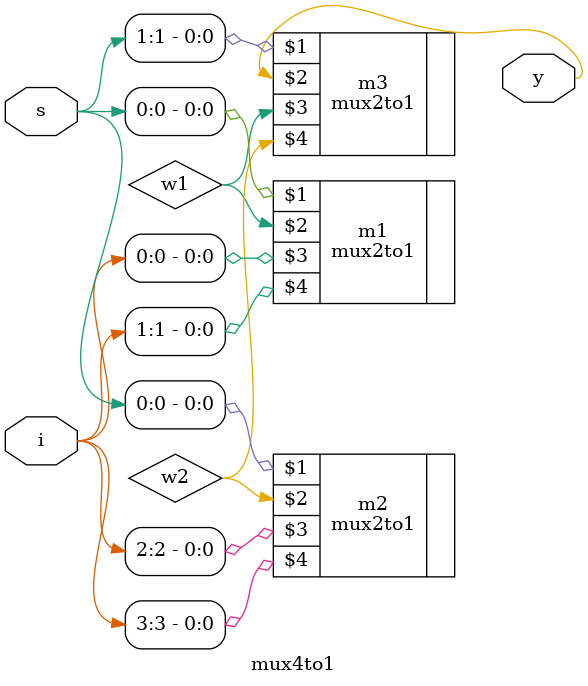
<source format=v>
module mux4to1(i, s, y);
input [3:0] i;
input [1:0] s;
//input i0, i1, i2, i3, s0, s1;
output y;
wire w1, w2;
mux2to1 m1 (s[0],w1, i[0], i[1]);
mux2to1 m2(s[0], w2, i[2], i[3]);
mux2to1 m3(s[1], y, w1, w2);
endmodule 

</source>
